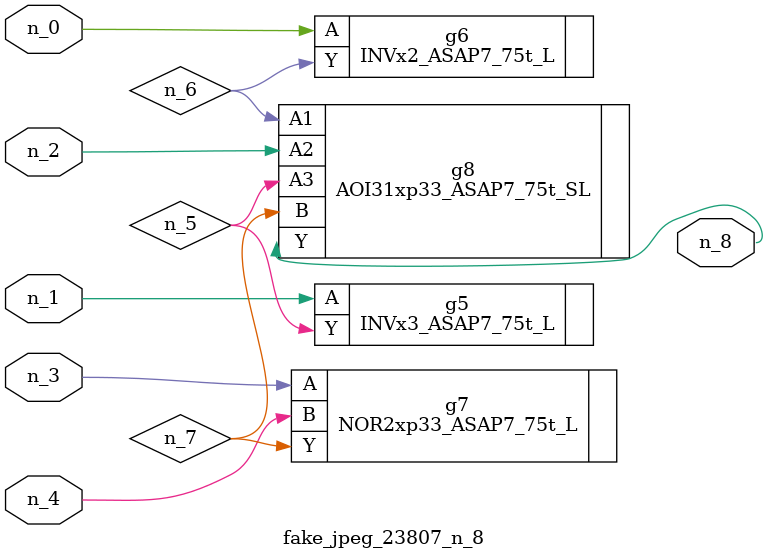
<source format=v>
module fake_jpeg_23807_n_8 (n_3, n_2, n_1, n_0, n_4, n_8);

input n_3;
input n_2;
input n_1;
input n_0;
input n_4;

output n_8;

wire n_6;
wire n_5;
wire n_7;

INVx3_ASAP7_75t_L g5 ( 
.A(n_1),
.Y(n_5)
);

INVx2_ASAP7_75t_L g6 ( 
.A(n_0),
.Y(n_6)
);

NOR2xp33_ASAP7_75t_L g7 ( 
.A(n_3),
.B(n_4),
.Y(n_7)
);

AOI31xp33_ASAP7_75t_SL g8 ( 
.A1(n_6),
.A2(n_2),
.A3(n_5),
.B(n_7),
.Y(n_8)
);


endmodule
</source>
